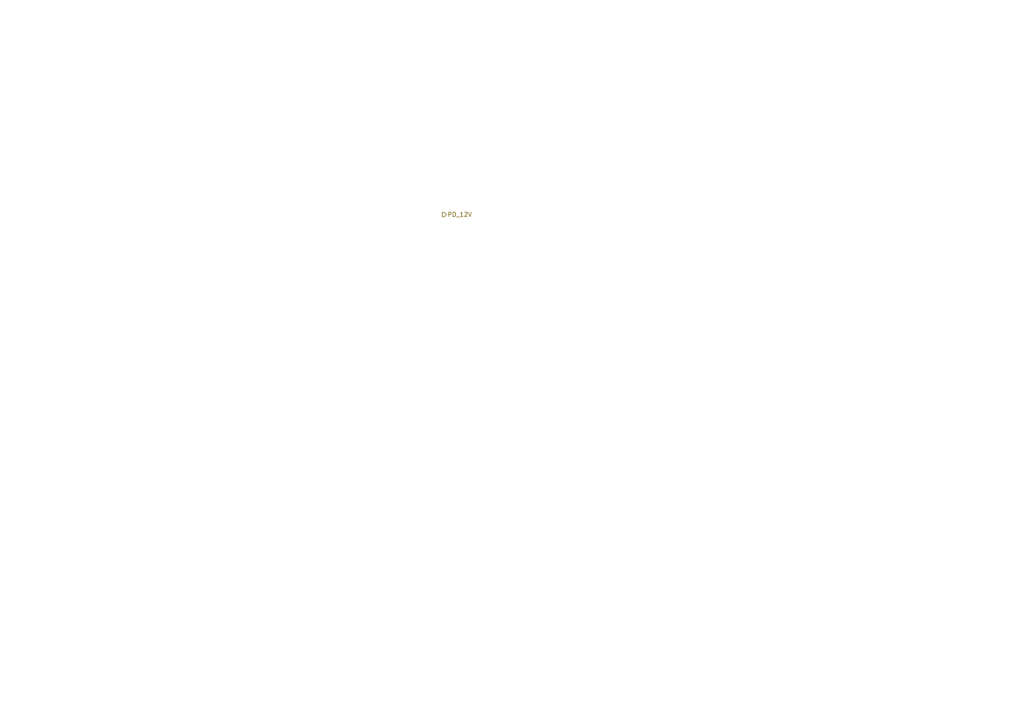
<source format=kicad_sch>
(kicad_sch
	(version 20231120)
	(generator "eeschema")
	(generator_version "8.0")
	(uuid "7d65a181-5347-46b7-9a60-e46d5c434a75")
	(paper "A4")
	(lib_symbols)
	(hierarchical_label "PD_12V"
		(shape output)
		(at 128.27 62.23 0)
		(fields_autoplaced yes)
		(effects
			(font
				(size 1.27 1.27)
			)
			(justify left)
		)
		(uuid "0f94f275-d035-4742-8912-3c899c3288b7")
	)
)

</source>
